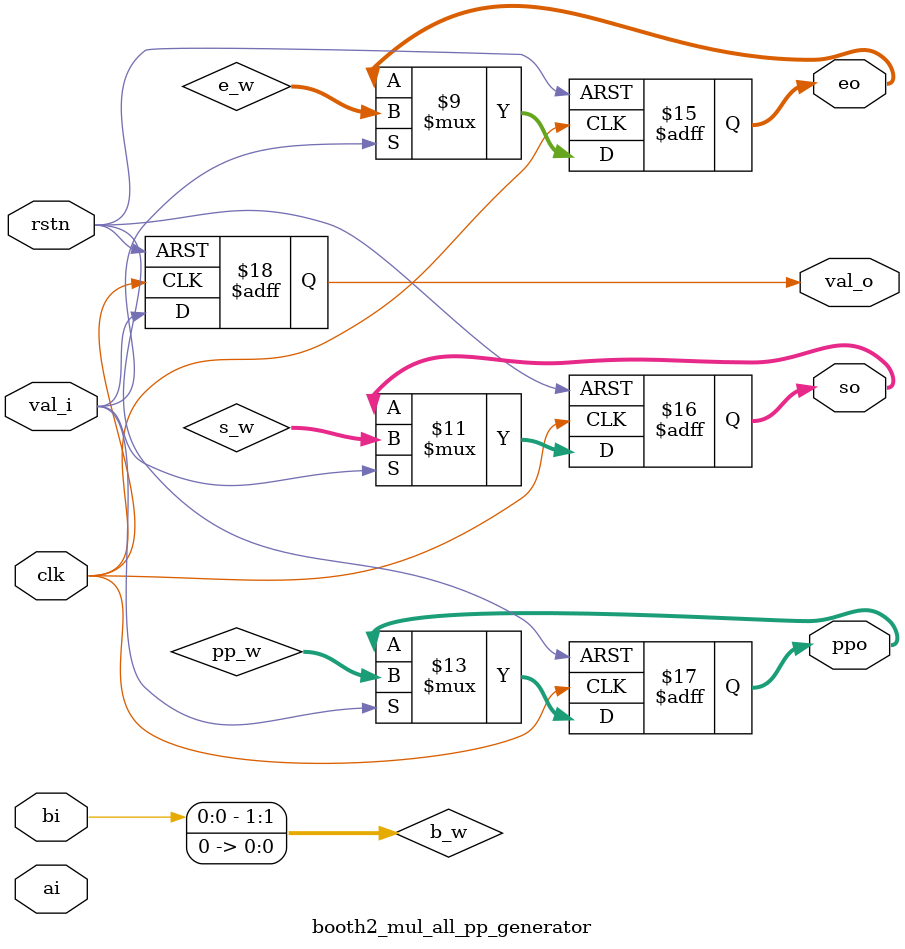
<source format=v>

module booth2_mul_all_pp_generator (
  // global
  clk     ,
  rstn    ,
  // dat_i
  val_i   ,
  ai      ,
  bi      ,
  // dat_o
  val_o   ,
  ppo     ,
  so      ,
  eo
);

//*** PARAMETER ****************************************************************
  parameter    MUL_IN_WD      = -1                              ;
  localparam   BOOTH2_TRA_WD  = 3                               ;
  localparam   PRODCUT_OUT_WD = MUL_IN_WD + 1                   ;
  localparam   BOOTH2_TRA_NUM = MUL_IN_WD / (BOOTH2_TRA_WD - 1) ;
//*** INPUT/OUTPUT *************************************************************
  // global
  input                                                    clk  ;
  input                                                    rstn ;
  input                                                    val_i;
  // dat_i
  input       [MUL_IN_WD                       - 1 : 0]    ai   ;
  input       [MUL_IN_WD                       - 1 : 0]    bi   ;
  // dat_o
  output  reg                                              val_o;
  output  reg [BOOTH2_TRA_NUM * PRODCUT_OUT_WD - 1 : 0]    ppo  ;
  output  reg [BOOTH2_TRA_NUM                  - 1 : 0]    so   ;
  output  reg [BOOTH2_TRA_NUM                  - 1 : 0]    eo   ;
//*** WIRE/REG *****************************************************************
  wire        [MUL_IN_WD                           : 0]    b_w  ;
  wire        [BOOTH2_TRA_NUM * PRODCUT_OUT_WD - 1 : 0]    pp_w ;
  wire        [BOOTH2_TRA_NUM                  - 1 : 0]    s_w  ;
  wire        [BOOTH2_TRA_NUM                  - 1 : 0]    e_w  ;
  // genvar
  genvar                                                   gvIdx;
//*** MAIN BODY ****************************************************************
  // output
  // val_o
  always @( posedge clk or negedge rstn ) begin
    if( !rstn ) begin
      val_o <= 1'b0 ;
    end
    else begin
      val_o <= val_i ;
    end
  end
  // ppo
  always @( posedge clk or negedge rstn ) begin
    if( !rstn ) begin
      ppo <= 'd0 ;
    end
    else begin
      if( val_i ) begin
        ppo <= pp_w ;
      end
    end
  end
  // so
  always @( posedge clk or negedge rstn ) begin
    if( !rstn ) begin
      so <= 'd0 ;
    end
    else begin
      if( val_i ) begin
        so <= s_w ;
      end
    end
  end
  // eo
  always @( posedge clk or negedge rstn ) begin
    if( !rstn ) begin
      eo <= 'd0 ;
    end
    else begin
      if( val_i ) begin
        eo <= e_w ;
      end
    end
  end

  // main
  generate
    for( gvIdx = 'd0 ;gvIdx < BOOTH2_TRA_NUM ;gvIdx = gvIdx + 'd1 ) begin : datPpGenStage
      booth2_mul_one_pp_generator #(
        .MUL_IN_WD ( MUL_IN_WD )
      ) one_pp_generator(
          .ai     ( ai ) ,
          .bi     ( b_w[ (gvIdx + 'd1) * (BOOTH2_TRA_WD - 'd1) -: BOOTH2_TRA_WD]  ) ,
          .ppo    ( pp_w[ (gvIdx + 'd1) * PRODCUT_OUT_WD - 'd1 -: PRODCUT_OUT_WD] ) ,
          .so     ( s_w[gvIdx]                                                    ) ,
          .eo     ( e_w[gvIdx]                                                    )
      ) ;
    end
  endgenerate
  
  assign b_w = {bi , 1'b0} ; 

//*** DEBUG ********************************************************************

  `ifdef DBUG
    // NULL
  `endif
endmodule
</source>
